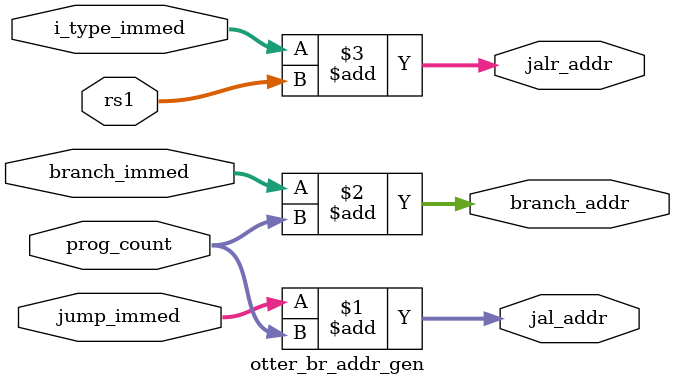
<source format=v>
`timescale 1ns / 1ps


module otter_br_addr_gen (
    input  [31:0] rs1, 
    input  [31:0] i_type_immed, 
    input  [31:0] branch_immed, 
    input  [31:0] jump_immed, 
    input  [31:0] prog_count,
    output [31:0] jal_addr, 
    output [31:0] branch_addr, 
    output [31:0] jalr_addr
);

    assign jal_addr    = jump_immed   + prog_count;
    assign branch_addr = branch_immed + prog_count;
    assign jalr_addr   = i_type_immed + rs1;

endmodule

</source>
